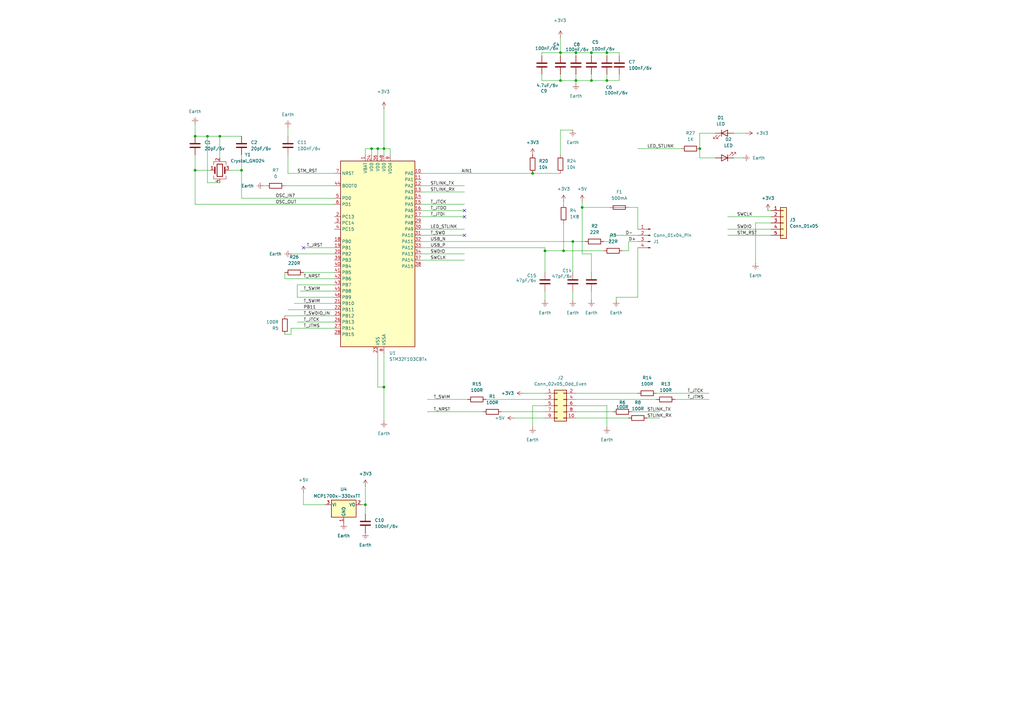
<source format=kicad_sch>
(kicad_sch (version 20250114) (generator "eeschema") (generator_version "9.0")
  (paper "A3")
  (title_block (title "escapator") (date "2025-07-22") (rev "0.1") (company "Seznam"))
  (lib_symbols
    (symbol "Connector:Conn_01x04_Pin" (pin_names (offset 1.016) (hide yes))
      (property "Reference" "J" (at 0 5.08 0))
      (property "Value" "Conn_01x04_Pin" (at 0 -7.62 0))
      (symbol "Conn_01x04_Pin_1_1"
        (rectangle (start 0.8636 2.667) (end 0 2.413) (stroke (width 0.1524)) (fill (type outline)))
        (rectangle (start 0.8636 0.127) (end 0 -0.127) (stroke (width 0.1524)) (fill (type outline)))
        (rectangle (start 0.8636 -2.413) (end 0 -2.667) (stroke (width 0.1524)) (fill (type outline)))
        (rectangle (start 0.8636 -4.953) (end 0 -5.207) (stroke (width 0.1524)) (fill (type outline)))
        (polyline (pts (xy 1.27 2.54) (xy 0.8636 2.54)) (stroke (width 0.1524)))
        (polyline (pts (xy 1.27 0) (xy 0.8636 0)) (stroke (width 0.1524)))
        (polyline (pts (xy 1.27 -2.54) (xy 0.8636 -2.54)) (stroke (width 0.1524)))
        (polyline (pts (xy 1.27 -5.08) (xy 0.8636 -5.08)) (stroke (width 0.1524)))
        (pin passive line (at 5.08 2.54 180) (length 3.81) (name "Pin_1") (number "1"))
        (pin passive line (at 5.08 0 180) (length 3.81) (name "Pin_2") (number "2"))
        (pin passive line (at 5.08 -2.54 180) (length 3.81) (name "Pin_3") (number "3"))
        (pin passive line (at 5.08 -5.08 180) (length 3.81) (name "Pin_4") (number "4"))
      )
    )
    (symbol "Connector_Generic:Conn_01x05" (pin_names (offset 1.016) (hide yes))
      (property "Reference" "J" (at 0 7.62 0))
      (property "Value" "Conn_01x05" (at 0 -7.62 0))
      (symbol "Conn_01x05_1_1"
        (rectangle (start -1.27 6.35) (end 1.27 -6.35) (stroke (width 0.254)) (fill (type background)))
        (rectangle (start -1.27 5.207) (end 0 4.953) (stroke (width 0.1524)))
        (rectangle (start -1.27 2.667) (end 0 2.413) (stroke (width 0.1524)))
        (rectangle (start -1.27 0.127) (end 0 -0.127) (stroke (width 0.1524)))
        (rectangle (start -1.27 -2.413) (end 0 -2.667) (stroke (width 0.1524)))
        (rectangle (start -1.27 -4.953) (end 0 -5.207) (stroke (width 0.1524)))
        (pin passive line (at -5.08 5.08 0) (length 3.81) (name "Pin_1") (number "1"))
        (pin passive line (at -5.08 2.54 0) (length 3.81) (name "Pin_2") (number "2"))
        (pin passive line (at -5.08 0 0) (length 3.81) (name "Pin_3") (number "3"))
        (pin passive line (at -5.08 -2.54 0) (length 3.81) (name "Pin_4") (number "4"))
        (pin passive line (at -5.08 -5.08 0) (length 3.81) (name "Pin_5") (number "5"))
      )
    )
    (symbol "Connector_Generic:Conn_02x05_Odd_Even" (pin_names (offset 1.016) (hide yes))
      (property "Reference" "J" (at 1.27 7.62 0))
      (property "Value" "Conn_02x05_Odd_Even" (at 1.27 -7.62 0))
      (symbol "Conn_02x05_Odd_Even_1_1"
        (rectangle (start -1.27 6.35) (end 3.81 -6.35) (stroke (width 0.254)) (fill (type background)))
        (rectangle (start -1.27 5.207) (end 0 4.953) (stroke (width 0.1524)))
        (rectangle (start -1.27 2.667) (end 0 2.413) (stroke (width 0.1524)))
        (rectangle (start -1.27 0.127) (end 0 -0.127) (stroke (width 0.1524)))
        (rectangle (start -1.27 -2.413) (end 0 -2.667) (stroke (width 0.1524)))
        (rectangle (start -1.27 -4.953) (end 0 -5.207) (stroke (width 0.1524)))
        (rectangle (start 3.81 5.207) (end 2.54 4.953) (stroke (width 0.1524)))
        (rectangle (start 3.81 2.667) (end 2.54 2.413) (stroke (width 0.1524)))
        (rectangle (start 3.81 0.127) (end 2.54 -0.127) (stroke (width 0.1524)))
        (rectangle (start 3.81 -2.413) (end 2.54 -2.667) (stroke (width 0.1524)))
        (rectangle (start 3.81 -4.953) (end 2.54 -5.207) (stroke (width 0.1524)))
        (pin passive line (at -5.08 5.08 0) (length 3.81) (name "Pin_1") (number "1"))
        (pin passive line (at -5.08 2.54 0) (length 3.81) (name "Pin_3") (number "3"))
        (pin passive line (at -5.08 0 0) (length 3.81) (name "Pin_5") (number "5"))
        (pin passive line (at -5.08 -2.54 0) (length 3.81) (name "Pin_7") (number "7"))
        (pin passive line (at -5.08 -5.08 0) (length 3.81) (name "Pin_9") (number "9"))
        (pin passive line (at 7.62 5.08 180) (length 3.81) (name "Pin_2") (number "2"))
        (pin passive line (at 7.62 2.54 180) (length 3.81) (name "Pin_4") (number "4"))
        (pin passive line (at 7.62 0 180) (length 3.81) (name "Pin_6") (number "6"))
        (pin passive line (at 7.62 -2.54 180) (length 3.81) (name "Pin_8") (number "8"))
        (pin passive line (at 7.62 -5.08 180) (length 3.81) (name "Pin_10") (number "10"))
      )
    )
    (symbol "Device:C" (pin_numbers (hide yes)) (pin_names (offset 0.254))
      (property "Reference" "C" (at 0.635 2.54 0))
      (property "Value" "C" (at 0.635 -2.54 0))
      (symbol "C_0_1"
        (polyline (pts (xy -2.032 0.762) (xy 2.032 0.762)) (stroke (width 0.508)))
        (polyline (pts (xy -2.032 -0.762) (xy 2.032 -0.762)) (stroke (width 0.508)))
      )
      (symbol "C_1_1"
        (pin passive line (at 0 3.81 270) (length 2.794) (name "~") (number "1"))
        (pin passive line (at 0 -3.81 90) (length 2.794) (name "~") (number "2"))
      )
    )
    (symbol "Device:Crystal_GND24" (pin_names (offset 1.016) (hide yes))
      (property "Reference" "Y" (at 3.175 5.08 0))
      (property "Value" "Crystal_GND24" (at 3.175 3.175 0))
      (symbol "Crystal_GND24_0_1"
        (polyline (pts (xy -2.54 2.286) (xy -2.54 3.556) (xy 2.54 3.556) (xy 2.54 2.286)))
        (polyline (pts (xy -2.54 0) (xy -2.032 0)))
        (polyline (pts (xy -2.54 -2.286) (xy -2.54 -3.556) (xy 2.54 -3.556) (xy 2.54 -2.286)))
        (polyline (pts (xy -2.032 -1.27) (xy -2.032 1.27)) (stroke (width 0.508)))
        (rectangle (start -1.143 2.54) (end 1.143 -2.54) (stroke (width 0.3048)))
        (polyline (pts (xy 0 3.556) (xy 0 3.81)))
        (polyline (pts (xy 0 -3.81) (xy 0 -3.556)))
        (polyline (pts (xy 2.032 0) (xy 2.54 0)))
        (polyline (pts (xy 2.032 -1.27) (xy 2.032 1.27)) (stroke (width 0.508)))
      )
      (symbol "Crystal_GND24_1_1"
        (pin passive line (at -3.81 0 0) (length 1.27) (name "1") (number "1"))
        (pin passive line (at 0 5.08 270) (length 1.27) (name "2") (number "2"))
        (pin passive line (at 0 -5.08 90) (length 1.27) (name "4") (number "4"))
        (pin passive line (at 3.81 0 180) (length 1.27) (name "3") (number "3"))
      )
    )
    (symbol "Device:Fuse" (pin_numbers (hide yes)) (pin_names (offset 0))
      (property "Reference" "F" (at 2.032 0 90))
      (property "Value" "Fuse" (at -1.905 0 90))
      (symbol "Fuse_0_1"
        (rectangle (start -0.762 -2.54) (end 0.762 2.54) (stroke (width 0.254)))
        (polyline (pts (xy 0 2.54) (xy 0 -2.54)))
      )
      (symbol "Fuse_1_1"
        (pin passive line (at 0 3.81 270) (length 1.27) (name "~") (number "1"))
        (pin passive line (at 0 -3.81 90) (length 1.27) (name "~") (number "2"))
      )
    )
    (symbol "Device:LED" (pin_numbers (hide yes)) (pin_names (offset 1.016) (hide yes))
      (property "Reference" "D" (at 0 2.54 0))
      (property "Value" "LED" (at 0 -2.54 0))
      (symbol "LED_0_1"
        (polyline (pts (xy -3.048 -0.762) (xy -4.572 -2.286) (xy -3.81 -2.286) (xy -4.572 -2.286) (xy -4.572 -1.524)))
        (polyline (pts (xy -1.778 -0.762) (xy -3.302 -2.286) (xy -2.54 -2.286) (xy -3.302 -2.286) (xy -3.302 -1.524)))
        (polyline (pts (xy -1.27 0) (xy 1.27 0)))
        (polyline (pts (xy -1.27 -1.27) (xy -1.27 1.27)) (stroke (width 0.254)))
        (polyline (pts (xy 1.27 -1.27) (xy 1.27 1.27) (xy -1.27 0) (xy 1.27 -1.27)) (stroke (width 0.254)))
      )
      (symbol "LED_1_1"
        (pin passive line (at -3.81 0 0) (length 2.54) (name "K") (number "1"))
        (pin passive line (at 3.81 0 180) (length 2.54) (name "A") (number "2"))
      )
    )
    (symbol "Device:R" (pin_numbers (hide yes)) (pin_names (offset 0))
      (property "Reference" "R" (at 2.032 0 90))
      (property "Value" "R" (at 0 0 90))
      (symbol "R_0_1"
        (rectangle (start -1.016 -2.54) (end 1.016 2.54) (stroke (width 0.254)))
      )
      (symbol "R_1_1"
        (pin passive line (at 0 3.81 270) (length 1.27) (name "~") (number "1"))
        (pin passive line (at 0 -3.81 90) (length 1.27) (name "~") (number "2"))
      )
    )
    (symbol "MCU_ST_STM32F1:STM32F103CBTx"
      (property "Reference" "U" (at -15.24 39.37 0))
      (property "Value" "STM32F103CBTx" (at 7.62 39.37 0))
      (symbol "STM32F103CBTx_0_1"
        (rectangle (start -15.24 -38.1) (end 15.24 38.1) (stroke (width 0.254)) (fill (type background)))
      )
      (symbol "STM32F103CBTx_1_1"
        (pin input line (at -17.78 33.02 0) (length 2.54) (name "NRST") (number "7"))
        (pin input line (at -17.78 27.94 0) (length 2.54) (name "BOOT0") (number "44"))
        (pin bidirectional line (at -17.78 22.86 0) (length 2.54) (name "PD0") (number "5"))
        (pin bidirectional line (at -17.78 20.32 0) (length 2.54) (name "PD1") (number "6"))
        (pin bidirectional line (at -17.78 15.24 0) (length 2.54) (name "PC13") (number "2"))
        (pin bidirectional line (at -17.78 12.7 0) (length 2.54) (name "PC14") (number "3"))
        (pin bidirectional line (at -17.78 10.16 0) (length 2.54) (name "PC15") (number "4"))
        (pin bidirectional line (at -17.78 5.08 0) (length 2.54) (name "PB0") (number "18"))
        (pin bidirectional line (at -17.78 2.54 0) (length 2.54) (name "PB1") (number "19"))
        (pin bidirectional line (at -17.78 0 0) (length 2.54) (name "PB2") (number "20"))
        (pin bidirectional line (at -17.78 -2.54 0) (length 2.54) (name "PB3") (number "39"))
        (pin bidirectional line (at -17.78 -5.08 0) (length 2.54) (name "PB4") (number "40"))
        (pin bidirectional line (at -17.78 -7.62 0) (length 2.54) (name "PB5") (number "41"))
        (pin bidirectional line (at -17.78 -10.16 0) (length 2.54) (name "PB6") (number "42"))
        (pin bidirectional line (at -17.78 -12.7 0) (length 2.54) (name "PB7") (number "43"))
        (pin bidirectional line (at -17.78 -15.24 0) (length 2.54) (name "PB8") (number "45"))
        (pin bidirectional line (at -17.78 -17.78 0) (length 2.54) (name "PB9") (number "46"))
        (pin bidirectional line (at -17.78 -20.32 0) (length 2.54) (name "PB10") (number "21"))
        (pin bidirectional line (at -17.78 -22.86 0) (length 2.54) (name "PB11") (number "22"))
        (pin bidirectional line (at -17.78 -25.4 0) (length 2.54) (name "PB12") (number "25"))
        (pin bidirectional line (at -17.78 -27.94 0) (length 2.54) (name "PB13") (number "26"))
        (pin bidirectional line (at -17.78 -30.48 0) (length 2.54) (name "PB14") (number "27"))
        (pin bidirectional line (at -17.78 -33.02 0) (length 2.54) (name "PB15") (number "28"))
        (pin power_in line (at -5.08 40.64 270) (length 2.54) (name "VBAT") (number "1"))
        (pin power_in line (at -2.54 40.64 270) (length 2.54) (name "VDD") (number "24"))
        (pin power_in line (at 0 40.64 270) (length 2.54) (name "VDD") (number "36"))
        (pin power_in line (at 0 -40.64 90) (length 2.54) (name "VSS") (number "23"))
        (pin passive line (at 0 -40.64 90) (length 2.54) (hide yes) (name "VSS") (number "35"))
        (pin passive line (at 0 -40.64 90) (length 2.54) (hide yes) (name "VSS") (number "47"))
        (pin power_in line (at 2.54 40.64 270) (length 2.54) (name "VDD") (number "48"))
        (pin power_in line (at 2.54 -40.64 90) (length 2.54) (name "VSSA") (number "8"))
        (pin power_in line (at 5.08 40.64 270) (length 2.54) (name "VDDA") (number "9"))
        (pin bidirectional line (at 17.78 33.02 180) (length 2.54) (name "PA0") (number "10"))
        (pin bidirectional line (at 17.78 30.48 180) (length 2.54) (name "PA1") (number "11"))
        (pin bidirectional line (at 17.78 27.94 180) (length 2.54) (name "PA2") (number "12"))
        (pin bidirectional line (at 17.78 25.4 180) (length 2.54) (name "PA3") (number "13"))
        (pin bidirectional line (at 17.78 22.86 180) (length 2.54) (name "PA4") (number "14"))
        (pin bidirectional line (at 17.78 20.32 180) (length 2.54) (name "PA5") (number "15"))
        (pin bidirectional line (at 17.78 17.78 180) (length 2.54) (name "PA6") (number "16"))
        (pin bidirectional line (at 17.78 15.24 180) (length 2.54) (name "PA7") (number "17"))
        (pin bidirectional line (at 17.78 12.7 180) (length 2.54) (name "PA8") (number "29"))
        (pin bidirectional line (at 17.78 10.16 180) (length 2.54) (name "PA9") (number "30"))
        (pin bidirectional line (at 17.78 7.62 180) (length 2.54) (name "PA10") (number "31"))
        (pin bidirectional line (at 17.78 5.08 180) (length 2.54) (name "PA11") (number "32"))
        (pin bidirectional line (at 17.78 2.54 180) (length 2.54) (name "PA12") (number "33"))
        (pin bidirectional line (at 17.78 0 180) (length 2.54) (name "PA13") (number "34"))
        (pin bidirectional line (at 17.78 -2.54 180) (length 2.54) (name "PA14") (number "37"))
        (pin bidirectional line (at 17.78 -5.08 180) (length 2.54) (name "PA15") (number "38"))
      )
    )
    (symbol "Regulator_Linear:MCP1700x-330xxTT" (pin_names (offset 0.254))
      (property "Reference" "U" (at -3.81 3.175 0))
      (property "Value" "MCP1700x-330xxTT" (at 0 3.175 0))
      (symbol "MCP1700x-330xxTT_0_1"
        (rectangle (start -5.08 1.905) (end 5.08 -5.08) (stroke (width 0.254)) (fill (type background)))
      )
      (symbol "MCP1700x-330xxTT_1_1"
        (pin power_in line (at -7.62 0 0) (length 2.54) (name "VI") (number "3"))
        (pin power_in line (at 0 -7.62 90) (length 2.54) (name "GND") (number "1"))
        (pin power_out line (at 7.62 0 180) (length 2.54) (name "VO") (number "2"))
      )
    )
    (symbol "power:+3V3" (power) (pin_numbers (hide yes)) (pin_names (offset 0) (hide yes))
      (property "Value" "+3V3" (at 0 3.556 0))
      (symbol "+3V3_0_1"
        (polyline (pts (xy -0.762 1.27) (xy 0 2.54)))
        (polyline (pts (xy 0 2.54) (xy 0.762 1.27)))
        (polyline (pts (xy 0 0) (xy 0 2.54)))
      )
      (symbol "+3V3_1_1"
        (pin power_in line (at 0 0 90) (length 0) (name "~") (number "1"))
      )
    )
    (symbol "power:+5V" (power) (pin_numbers (hide yes)) (pin_names (offset 0) (hide yes))
      (property "Value" "+5V" (at 0 3.556 0))
      (symbol "+5V_0_1"
        (polyline (pts (xy -0.762 1.27) (xy 0 2.54)))
        (polyline (pts (xy 0 2.54) (xy 0.762 1.27)))
        (polyline (pts (xy 0 0) (xy 0 2.54)))
      )
      (symbol "+5V_1_1"
        (pin power_in line (at 0 0 90) (length 0) (name "~") (number "1"))
      )
    )
    (symbol "power:Earth" (power) (pin_numbers (hide yes)) (pin_names (offset 0) (hide yes))
      (property "Value" "Earth" (at 0 -3.81 0))
      (symbol "Earth_0_1"
        (polyline (pts (xy -0.635 -1.905) (xy 0.635 -1.905)))
        (polyline (pts (xy -0.127 -2.54) (xy 0.127 -2.54)))
        (polyline (pts (xy 0 -1.27) (xy 0 0)))
        (polyline (pts (xy 1.27 -1.27) (xy -1.27 -1.27)))
      )
      (symbol "Earth_1_1"
        (pin power_in line (at 0 0 270) (length 0) (name "~") (number "1"))
      )
    )
  )
  (junction (at 152.4 60.96))
  (junction (at 157.48 60.96))
  (junction (at 223.52 102.87))
  (junction (at 80.01 55.88))
  (junction (at 154.94 60.96))
  (junction (at 236.22 21.59))
  (junction (at 248.92 21.59))
  (junction (at 229.87 21.59))
  (junction (at 236.22 33.02))
  (junction (at 99.06 69.85))
  (junction (at 287.02 60.96))
  (junction (at 218.44 71.12))
  (junction (at 229.87 33.02))
  (junction (at 85.09 55.88))
  (junction (at 248.92 33.02))
  (junction (at 234.95 99.06))
  (junction (at 231.14 102.87))
  (junction (at 80.01 69.85))
  (junction (at 157.48 158.75))
  (junction (at 149.86 207.01))
  (junction (at 238.76 85.09))
  (junction (at 242.57 21.59))
  (junction (at 242.57 33.02))
  (junction (at 90.17 55.88))
  (no_connect (at 190.5 96.52))
  (no_connect (at 190.5 86.36))
  (no_connect (at 190.5 88.9))
  (no_connect (at 124.46 101.6))
  (wire (pts (xy 149.86 199.39) (xy 149.86 207.01)))
  (wire (pts (xy 261.62 85.09) (xy 261.62 93.98)))
  (wire (pts (xy 99.06 69.85) (xy 99.06 81.28)))
  (wire (pts (xy 116.84 114.3) (xy 116.84 111.76)))
  (wire (pts (xy 234.95 99.06) (xy 234.95 111.76)))
  (wire (pts (xy 250.19 99.06) (xy 250.19 96.52)))
  (wire (pts (xy 133.35 207.01) (xy 124.46 207.01)))
  (wire (pts (xy 172.72 101.6) (xy 223.52 101.6)))
  (wire (pts (xy 85.09 74.93) (xy 85.09 55.88)))
  (wire (pts (xy 314.96 86.36) (xy 316.23 86.36)))
  (wire (pts (xy 137.16 121.92) (xy 121.92 121.92)))
  (wire (pts (xy 236.22 21.59) (xy 236.22 22.86)))
  (wire (pts (xy 231.14 102.87) (xy 247.65 102.87)))
  (wire (pts (xy 250.19 85.09) (xy 238.76 85.09)))
  (wire (pts (xy 287.02 54.61) (xy 287.02 60.96)))
  (wire (pts (xy 247.65 99.06) (xy 250.19 99.06)))
  (wire (pts (xy 236.22 163.83) (xy 269.24 163.83)))
  (wire (pts (xy 265.43 171.45) (xy 270.51 171.45)))
  (wire (pts (xy 93.98 69.85) (xy 99.06 69.85)))
  (wire (pts (xy 80.01 69.85) (xy 86.36 69.85)))
  (wire (pts (xy 229.87 53.34) (xy 229.87 63.5)))
  (wire (pts (xy 229.87 30.48) (xy 229.87 33.02)))
  (wire (pts (xy 242.57 119.38) (xy 242.57 123.19)))
  (wire (pts (xy 231.14 91.44) (xy 231.14 102.87)))
  (wire (pts (xy 121.92 116.84) (xy 137.16 116.84)))
  (wire (pts (xy 172.72 96.52) (xy 190.5 96.52)))
  (wire (pts (xy 236.22 33.02) (xy 242.57 33.02)))
  (wire (pts (xy 119.38 104.14) (xy 137.16 104.14)))
  (wire (pts (xy 222.25 33.02) (xy 229.87 33.02)))
  (wire (pts (xy 154.94 158.75) (xy 157.48 158.75)))
  (wire (pts (xy 157.48 44.45) (xy 157.48 60.96)))
  (wire (pts (xy 154.94 60.96) (xy 154.94 63.5)))
  (wire (pts (xy 99.06 63.5) (xy 99.06 69.85)))
  (wire (pts (xy 85.09 55.88) (xy 90.17 55.88)))
  (wire (pts (xy 257.81 102.87) (xy 257.81 99.06)))
  (wire (pts (xy 223.52 102.87) (xy 223.52 111.76)))
  (wire (pts (xy 124.46 207.01) (xy 124.46 201.93)))
  (wire (pts (xy 242.57 21.59) (xy 248.92 21.59)))
  (wire (pts (xy 107.95 76.2) (xy 109.22 76.2)))
  (wire (pts (xy 118.11 71.12) (xy 137.16 71.12)))
  (wire (pts (xy 123.19 119.38) (xy 137.16 119.38)))
  (wire (pts (xy 229.87 21.59) (xy 229.87 22.86)))
  (wire (pts (xy 242.57 30.48) (xy 242.57 33.02)))
  (wire (pts (xy 248.92 166.37) (xy 248.92 175.26)))
  (wire (pts (xy 152.4 60.96) (xy 154.94 60.96)))
  (wire (pts (xy 229.87 53.34) (xy 234.95 53.34)))
  (wire (pts (xy 90.17 55.88) (xy 90.17 64.77)))
  (wire (pts (xy 214.63 161.29) (xy 223.52 161.29)))
  (wire (pts (xy 236.22 171.45) (xy 257.81 171.45)))
  (wire (pts (xy 137.16 134.62) (xy 119.38 134.62)))
  (wire (pts (xy 218.44 166.37) (xy 218.44 175.26)))
  (wire (pts (xy 250.19 96.52) (xy 261.62 96.52)))
  (wire (pts (xy 118.11 52.07) (xy 118.11 55.88)))
  (wire (pts (xy 298.45 96.52) (xy 316.23 96.52)))
  (wire (pts (xy 236.22 33.02) (xy 236.22 34.29)))
  (wire (pts (xy 242.57 104.14) (xy 242.57 111.76)))
  (wire (pts (xy 223.52 119.38) (xy 223.52 123.19)))
  (wire (pts (xy 99.06 81.28) (xy 137.16 81.28)))
  (wire (pts (xy 231.14 82.55) (xy 231.14 83.82)))
  (wire (pts (xy 149.86 60.96) (xy 149.86 63.5)))
  (wire (pts (xy 118.11 127) (xy 137.16 127)))
  (wire (pts (xy 149.86 60.96) (xy 152.4 60.96)))
  (wire (pts (xy 223.52 102.87) (xy 223.52 101.6)))
  (wire (pts (xy 248.92 33.02) (xy 254 33.02)))
  (wire (pts (xy 172.72 104.14) (xy 190.5 104.14)))
  (wire (pts (xy 118.11 63.5) (xy 118.11 71.12)))
  (wire (pts (xy 116.84 76.2) (xy 137.16 76.2)))
  (wire (pts (xy 269.24 161.29) (xy 290.83 161.29)))
  (wire (pts (xy 316.23 91.44) (xy 309.88 91.44)))
  (wire (pts (xy 254 21.59) (xy 254 22.86)))
  (wire (pts (xy 236.22 21.59) (xy 242.57 21.59)))
  (wire (pts (xy 172.72 93.98) (xy 190.5 93.98)))
  (wire (pts (xy 238.76 82.55) (xy 238.76 85.09)))
  (wire (pts (xy 160.02 60.96) (xy 160.02 63.5)))
  (wire (pts (xy 238.76 104.14) (xy 242.57 104.14)))
  (wire (pts (xy 252.73 121.92) (xy 261.62 121.92)))
  (wire (pts (xy 293.37 64.77) (xy 287.02 64.77)))
  (wire (pts (xy 199.39 163.83) (xy 223.52 163.83)))
  (wire (pts (xy 154.94 60.96) (xy 157.48 60.96)))
  (wire (pts (xy 205.74 168.91) (xy 223.52 168.91)))
  (wire (pts (xy 236.22 166.37) (xy 248.92 166.37)))
  (wire (pts (xy 116.84 137.16) (xy 119.38 137.16)))
  (wire (pts (xy 172.72 78.74) (xy 190.5 78.74)))
  (wire (pts (xy 254 30.48) (xy 254 33.02)))
  (wire (pts (xy 261.62 85.09) (xy 257.81 85.09)))
  (wire (pts (xy 234.95 119.38) (xy 234.95 123.19)))
  (wire (pts (xy 190.5 83.82) (xy 172.72 83.82)))
  (wire (pts (xy 236.22 161.29) (xy 261.62 161.29)))
  (wire (pts (xy 298.45 88.9) (xy 316.23 88.9)))
  (wire (pts (xy 172.72 106.68) (xy 190.5 106.68)))
  (wire (pts (xy 238.76 85.09) (xy 238.76 104.14)))
  (wire (pts (xy 137.16 111.76) (xy 124.46 111.76)))
  (wire (pts (xy 120.65 124.46) (xy 137.16 124.46)))
  (wire (pts (xy 259.08 168.91) (xy 270.51 168.91)))
  (wire (pts (xy 261.62 101.6) (xy 261.62 121.92)))
  (wire (pts (xy 218.44 71.12) (xy 229.87 71.12)))
  (wire (pts (xy 252.73 121.92) (xy 252.73 123.19)))
  (wire (pts (xy 80.01 50.8) (xy 80.01 55.88)))
  (wire (pts (xy 229.87 33.02) (xy 236.22 33.02)))
  (wire (pts (xy 255.27 102.87) (xy 257.81 102.87)))
  (wire (pts (xy 261.62 60.96) (xy 279.4 60.96)))
  (wire (pts (xy 157.48 60.96) (xy 160.02 60.96)))
  (wire (pts (xy 222.25 22.86) (xy 222.25 21.59)))
  (wire (pts (xy 157.48 144.78) (xy 157.48 158.75)))
  (wire (pts (xy 80.01 69.85) (xy 80.01 83.82)))
  (wire (pts (xy 137.16 129.54) (xy 116.84 129.54)))
  (wire (pts (xy 175.26 163.83) (xy 191.77 163.83)))
  (wire (pts (xy 90.17 55.88) (xy 99.06 55.88)))
  (wire (pts (xy 222.25 21.59) (xy 229.87 21.59)))
  (wire (pts (xy 157.48 158.75) (xy 157.48 172.72)))
  (wire (pts (xy 90.17 74.93) (xy 85.09 74.93)))
  (wire (pts (xy 236.22 21.59) (xy 229.87 21.59)))
  (wire (pts (xy 172.72 99.06) (xy 234.95 99.06)))
  (wire (pts (xy 80.01 55.88) (xy 85.09 55.88)))
  (wire (pts (xy 149.86 207.01) (xy 148.59 207.01)))
  (wire (pts (xy 172.72 88.9) (xy 190.5 88.9)))
  (wire (pts (xy 172.72 86.36) (xy 190.5 86.36)))
  (wire (pts (xy 121.92 121.92) (xy 121.92 116.84)))
  (wire (pts (xy 223.52 166.37) (xy 218.44 166.37)))
  (wire (pts (xy 119.38 137.16) (xy 119.38 134.62)))
  (wire (pts (xy 257.81 99.06) (xy 261.62 99.06)))
  (wire (pts (xy 154.94 144.78) (xy 154.94 158.75)))
  (wire (pts (xy 172.72 71.12) (xy 218.44 71.12)))
  (wire (pts (xy 80.01 63.5) (xy 80.01 69.85)))
  (wire (pts (xy 234.95 99.06) (xy 240.03 99.06)))
  (wire (pts (xy 248.92 21.59) (xy 254 21.59)))
  (wire (pts (xy 248.92 21.59) (xy 248.92 22.86)))
  (wire (pts (xy 293.37 54.61) (xy 287.02 54.61)))
  (wire (pts (xy 236.22 30.48) (xy 236.22 33.02)))
  (wire (pts (xy 210.82 171.45) (xy 223.52 171.45)))
  (wire (pts (xy 242.57 33.02) (xy 248.92 33.02)))
  (wire (pts (xy 223.52 102.87) (xy 231.14 102.87)))
  (wire (pts (xy 149.86 210.82) (xy 149.86 207.01)))
  (wire (pts (xy 300.99 54.61) (xy 306.07 54.61)))
  (wire (pts (xy 80.01 83.82) (xy 137.16 83.82)))
  (wire (pts (xy 229.87 15.24) (xy 229.87 21.59)))
  (wire (pts (xy 248.92 30.48) (xy 248.92 33.02)))
  (wire (pts (xy 298.45 93.98) (xy 316.23 93.98)))
  (wire (pts (xy 121.92 132.08) (xy 137.16 132.08)))
  (wire (pts (xy 222.25 30.48) (xy 222.25 33.02)))
  (wire (pts (xy 175.26 168.91) (xy 198.12 168.91)))
  (wire (pts (xy 116.84 114.3) (xy 137.16 114.3)))
  (wire (pts (xy 251.46 168.91) (xy 236.22 168.91)))
  (wire (pts (xy 300.99 64.77) (xy 304.8 64.77)))
  (wire (pts (xy 276.86 163.83) (xy 290.83 163.83)))
  (wire (pts (xy 152.4 63.5) (xy 152.4 60.96)))
  (wire (pts (xy 124.46 101.6) (xy 137.16 101.6)))
  (wire (pts (xy 172.72 76.2) (xy 190.5 76.2)))
  (wire (pts (xy 309.88 91.44) (xy 309.88 107.95)))
  (wire (pts (xy 157.48 60.96) (xy 157.48 63.5)))
  (wire (pts (xy 287.02 64.77) (xy 287.02 60.96)))
  (wire (pts (xy 242.57 21.59) (xy 242.57 22.86)))
  (label "SWCLK" (at 176.53 106.68 0))
  (label "T_NRST" (at 124.46 114.3 0))
  (label "AIN1" (at 189.23 71.12 0))
  (label "T_NRST" (at 177.8 168.91 0))
  (label "D+" (at 257.81 99.06 0))
  (label "STLINK_RX" (at 265.43 171.45 0))
  (label "USB_N" (at 176.53 99.06 0))
  (label "T_SWIM" (at 177.8 163.83 0))
  (label "D-" (at 256.54 96.52 0))
  (label "T_JTCK" (at 281.94 161.29 0))
  (label "T_JTMS" (at 124.46 134.62 0))
  (label "T_SWIM" (at 124.46 119.38 0))
  (label "STM_RST" (at 121.92 71.12 0))
  (label "T_SWO" (at 176.53 96.52 0))
  (label "USB_P" (at 176.53 101.6 0))
  (label "PB11" (at 124.46 127 0))
  (label "STLINK_TX" (at 176.53 76.2 0))
  (label "SWCLK" (at 302.26 88.9 0))
  (label "T_JTDI" (at 176.53 88.9 0))
  (label "STLINK_TX" (at 265.43 168.91 0))
  (label "T_SWIM" (at 124.46 124.46 0))
  (label "STLINK_RX" (at 176.53 78.74 0))
  (label "T_JTCK" (at 176.53 83.82 0))
  (label "T_JTDO" (at 176.53 86.36 0))
  (label "OSC_IN?" (at 113.03 81.28 0))
  (label "LED_STLINK" (at 176.53 93.98 0))
  (label "T_JTCK" (at 124.46 132.08 0))
  (label "OSC_OUT" (at 113.03 83.82 0))
  (label "T_JRST" (at 125.73 101.6 0))
  (label "T_JTMS" (at 281.94 163.83 0))
  (label "T_SWDIO_IN" (at 124.46 129.54 0))
  (label "STM_RST" (at 302.26 96.52 0))
  (label "SWDIO" (at 176.53 104.14 0))
  (label "LED_STLINK" (at 265.43 60.96 0))
  (label "SWDIO" (at 302.26 93.98 0))
  (symbol (lib_id "Device:C") (at 242.57 115.57 0) (unit 1)
    (property "Reference" "C3" (effects (hide yes)))
    (property "Value" "100nF/6v" (effects (hide yes)))
    (property "Footprint" "Capacitor_SMD:C_0603_1608Metric" (effects (hide yes)))
    (property "Description" "Unpolarized capacitor" (effects (hide yes)))
  )
  (symbol (lib_id "power:Earth") (at 248.92 175.26 0) (unit 1)
    (property "Reference" "#PWR026" (effects (hide yes)))
    (property "Value" "Earth" (at 248.92 180.34 0))
    (property "Description" "Power symbol creates a global label with name \"Earth\"" (effects (hide yes)))
  )
  (symbol (lib_id "power:+3V3") (at 231.14 82.55 0) (unit 1)
    (property "Reference" "#PWR014" (effects (hide yes)))
    (property "Value" "+3V3" (at 231.14 77.47 0))
    (property "Description" "Power symbol creates a global label with name \"+3V3\"" (effects (hide yes)))
  )
  (symbol (lib_id "Device:R") (at 251.46 102.87 270) (unit 1)
    (property "Reference" "R3" (at 251.46 96.52 90))
    (property "Value" "22R" (at 251.46 99.06 90))
    (property "Footprint" "Resistor_SMD:R_0603_1608Metric" (effects (hide yes)))
    (property "Description" "Resistor" (effects (hide yes)))
  )
  (symbol (lib_id "Device:C") (at 248.92 26.67 0) (unit 1)
    (property "Reference" "C6" (at 248.412 35.814 0) (effects (justify left)))
    (property "Value" "100nF/6v" (at 247.904 38.1 0) (effects (justify left)))
    (property "Footprint" "Capacitor_SMD:C_0603_1608Metric" (effects (hide yes)))
    (property "Description" "Unpolarized capacitor" (effects (hide yes)))
  )
  (symbol (lib_id "Device:LED") (at 297.18 64.77 180) (unit 1)
    (property "Reference" "D2" (at 298.7675 57.15 0))
    (property "Value" "LED" (at 298.7675 59.69 0))
    (property "Footprint" "LED_SMD:LED_0603_1608Metric" (effects (hide yes)))
    (property "Description" "Light emitting diode" (effects (hide yes)))
    (property "Sim.Pins" "1=K 2=A" (effects (hide yes)))
  )
  (symbol (lib_id "Device:C") (at 80.01 59.69 0) (unit 1)
    (property "Reference" "C1" (at 83.82 58.4199 0) (effects (justify left)))
    (property "Value" "20pF/6v" (at 83.82 60.9599 0) (effects (justify left)))
    (property "Footprint" "Capacitor_SMD:C_0603_1608Metric" (effects (hide yes)))
    (property "Description" "Unpolarized capacitor" (effects (hide yes)))
  )
  (symbol (lib_id "power:+3V3") (at 149.86 199.39 0) (unit 1)
    (property "Reference" "#PWR037" (effects (hide yes)))
    (property "Value" "+3V3" (at 149.86 194.31 0))
    (property "Description" "Power symbol creates a global label with name \"+3V3\"" (effects (hide yes)))
  )
  (symbol (lib_id "Device:C") (at 222.25 26.67 0) (unit 1)
    (property "Reference" "C9" (at 221.742 37.338 0) (effects (justify left)))
    (property "Value" "4.7uF/6v" (at 219.964 35.052 0) (effects (justify left)))
    (property "Footprint" "Capacitor_SMD:C_0603_1608Metric" (effects (hide yes)))
    (property "Description" "Unpolarized capacitor" (effects (hide yes)))
  )
  (symbol (lib_id "power:+5V") (at 210.82 171.45 90) (unit 1)
    (property "Reference" "#PWR031" (effects (hide yes)))
    (property "Value" "+5V" (at 207.01 171.4499 90) (effects (justify left)))
    (property "Description" "Power symbol creates a global label with name \"+5V\"" (effects (hide yes)))
  )
  (symbol (lib_id "power:Earth") (at 234.95 53.34 0) (unit 1)
    (property "Reference" "#PWR04" (effects (hide yes)))
    (property "Value" "Earth" (at 234.95 58.42 0))
    (property "Description" "Power symbol creates a global label with name \"Earth\"" (effects (hide yes)))
  )
  (symbol (lib_id "power:Earth") (at 107.95 76.2 270) (unit 1)
    (property "Reference" "#PWR02" (effects (hide yes)))
    (property "Value" "Earth" (at 104.14 76.1999 90) (effects (justify right)))
    (property "Description" "Power symbol creates a global label with name \"Earth\"" (effects (hide yes)))
  )
  (symbol (lib_id "power:Earth") (at 242.57 123.19 0) (unit 1)
    (property "Reference" "#PWR016" (effects (hide yes)))
    (property "Value" "Earth" (at 242.57 128.27 0))
    (property "Description" "Power symbol creates a global label with name \"Earth\"" (effects (hide yes)))
  )
  (symbol (lib_id "Regulator_Linear:MCP1700x-330xxTT") (at 140.97 207.01 0) (unit 1)
    (property "Reference" "U4" (at 140.97 200.66 0))
    (property "Value" "MCP1700x-330xxTT" (at 138.176 203.454 0))
    (property "Footprint" "Package_TO_SOT_SMD:SOT-23" (effects (hide yes)))
    (property "Datasheet" "http://ww1.microchip.com/downloads/en/DeviceDoc/20001826D.pdf" (effects (hide yes)))
    (property "Description" "250mA Low Quiscent Current LDO, 3.3V output, SOT-23" (effects (hide yes)))
  )
  (symbol (lib_id "Connector_Generic:Conn_02x05_Odd_Even") (at 228.6 166.37 0) (unit 1)
    (property "Reference" "J2" (at 229.87 154.94 0))
    (property "Value" "Conn_02x05_Odd_Even" (at 229.87 157.48 0))
    (property "Footprint" "Connector_IDC:Untitled" (effects (hide yes)))
    (property "Description" "Generic connector, double row, 02x05, odd/even pin numbering scheme (row 1 odd numbers, row 2 even numbers), script generated (kicad-library-utils/schlib/autogen/connector/)" (effects (hide yes)))
  )
  (symbol (lib_id "Device:C") (at 254 26.67 0) (unit 1)
    (property "Reference" "C7" (at 257.81 25.3999 0) (effects (justify left)))
    (property "Value" "100nF/6v" (at 257.81 27.9399 0) (effects (justify left)))
    (property "Footprint" "Capacitor_SMD:C_0603_1608Metric" (effects (hide yes)))
    (property "Description" "Unpolarized capacitor" (effects (hide yes)))
  )
  (symbol (lib_id "power:Earth") (at 234.95 123.19 0) (unit 1)
    (property "Reference" "#PWR012" (effects (hide yes)))
    (property "Value" "Earth" (at 234.95 128.27 0))
    (property "Description" "Power symbol creates a global label with name \"Earth\"" (effects (hide yes)))
  )
  (symbol (lib_id "Connector:Conn_01x04_Pin") (at 266.7 96.52 0) (mirror y) (unit 1)
    (property "Reference" "J1" (at 267.97 99.0601 0) (effects (justify right)))
    (property "Value" "Conn_01x04_Pin" (at 267.97 96.5201 0) (effects (justify right)))
    (property "Footprint" "Connector_USB:USB_A_PCB_traces_small" (effects (hide yes)))
    (property "Description" "Generic connector, single row, 01x04, script generated" (effects (hide yes)))
  )
  (symbol (lib_id "Device:C") (at 236.22 26.67 0) (unit 1)
    (property "Reference" "C8" (at 235.204 18.288 0) (effects (justify left)))
    (property "Value" "100nF/6v" (at 231.902 20.32 0) (effects (justify left)))
    (property "Footprint" "Capacitor_SMD:C_0603_1608Metric" (effects (hide yes)))
    (property "Description" "Unpolarized capacitor" (effects (hide yes)))
  )
  (symbol (lib_id "power:+3V3") (at 229.87 15.24 0) (unit 1)
    (property "Reference" "#PWR05" (effects (hide yes)))
    (property "Value" "+3V3" (at 229.616 8.382 0))
    (property "Description" "Power symbol creates a global label with name \"+3V3\"" (effects (hide yes)))
  )
  (symbol (lib_id "Device:Fuse") (at 254 85.09 270) (unit 1)
    (property "Reference" "F1" (at 254 78.74 90))
    (property "Value" "500mA" (at 254 81.28 90))
    (property "Footprint" "Resistor_SMD:R_1206_3216Metric" (effects (hide yes)))
    (property "Description" "Fuse" (effects (hide yes)))
  )
  (symbol (lib_id "power:Earth") (at 140.97 214.63 0) (unit 1)
    (property "Reference" "#PWR035" (effects (hide yes)))
    (property "Value" "Earth" (at 140.97 219.71 0))
    (property "Description" "Power symbol creates a global label with name \"Earth\"" (effects (hide yes)))
  )
  (symbol (lib_id "Device:R") (at 113.03 76.2 270) (unit 1)
    (property "Reference" "R7" (at 113.03 69.85 90))
    (property "Value" "0" (at 113.03 72.39 90))
    (property "Footprint" "Resistor_SMD:R_0603_1608Metric" (effects (hide yes)))
    (property "Description" "Resistor" (effects (hide yes)))
  )
  (symbol (lib_id "Device:R") (at 116.84 133.35 180) (unit 1)
    (property "Reference" "R5" (at 114.3 134.6201 0) (effects (justify left)))
    (property "Value" "100R" (at 114.3 132.0801 0) (effects (justify left)))
    (property "Footprint" "Resistor_SMD:R_0603_1608Metric" (effects (hide yes)))
    (property "Description" "Resistor" (effects (hide yes)))
  )
  (symbol (lib_id "Device:Crystal_GND24") (at 90.17 69.85 0) (unit 1)
    (property "Reference" "Y1" (at 101.6 63.4298 0))
    (property "Value" "Crystal_GND24" (at 101.6 65.9698 0))
    (property "Footprint" "Crystal:Crystal_SMD_3225-4Pin_3.2x2.5mm_HandSoldering" (effects (hide yes)))
    (property "Description" "Four pin crystal, GND on pins 2 and 4" (effects (hide yes)))
  )
  (symbol (lib_id "Device:R") (at 229.87 67.31 0) (unit 1)
    (property "Reference" "R24" (at 232.41 66.0399 0) (effects (justify left)))
    (property "Value" "10k" (at 232.41 68.5799 0) (effects (justify left)))
    (property "Footprint" "Resistor_SMD:R_0603_1608Metric" (effects (hide yes)))
    (property "Description" "Resistor" (effects (hide yes)))
  )
  (symbol (lib_id "power:+3V3") (at 218.44 63.5 0) (unit 1)
    (property "Reference" "#PWR03" (effects (hide yes)))
    (property "Value" "+3V3" (at 218.44 58.42 0))
    (property "Description" "Power symbol creates a global label with name \"+3V3\"" (effects (hide yes)))
  )
  (symbol (lib_id "power:Earth") (at 80.01 50.8 180) (unit 1)
    (property "Reference" "#PWR025" (effects (hide yes)))
    (property "Value" "Earth" (at 80.01 45.72 0))
    (property "Description" "Power symbol creates a global label with name \"Earth\"" (effects (hide yes)))
  )
  (symbol (lib_id "Device:R") (at 255.27 168.91 270) (unit 1)
    (property "Reference" "R6" (at 255.27 165.1 90))
    (property "Value" "100R" (at 255.27 166.878 90))
    (property "Footprint" "Resistor_SMD:R_0603_1608Metric" (effects (hide yes)))
    (property "Description" "Resistor" (effects (hide yes)))
  )
  (symbol (lib_id "Device:C") (at 118.11 59.69 0) (unit 1)
    (property "Reference" "C11" (at 121.92 58.4199 0) (effects (justify left)))
    (property "Value" "100nF/6v" (at 121.92 60.9599 0) (effects (justify left)))
    (property "Footprint" "Capacitor_SMD:C_0603_1608Metric" (effects (hide yes)))
    (property "Description" "Unpolarized capacitor" (effects (hide yes)))
  )
  (symbol (lib_id "Device:C") (at 99.06 59.69 0) (unit 1)
    (property "Reference" "C2" (at 102.87 58.4199 0) (effects (justify left)))
    (property "Value" "20pF/6v" (at 102.87 60.9599 0) (effects (justify left)))
    (property "Footprint" "Capacitor_SMD:C_0603_1608Metric" (effects (hide yes)))
    (property "Description" "Unpolarized capacitor" (effects (hide yes)))
  )
  (symbol (lib_id "power:+3V3") (at 214.63 161.29 90) (unit 1)
    (property "Reference" "#PWR029" (effects (hide yes)))
    (property "Value" "+3V3" (at 210.82 161.2899 90) (effects (justify left)))
    (property "Description" "Power symbol creates a global label with name \"+3V3\"" (effects (hide yes)))
  )
  (symbol (lib_id "Device:C") (at 223.52 115.57 0) (unit 1)
    (property "Reference" "C15" (at 216.154 113.03 0) (effects (justify left)))
    (property "Value" "47pF/6v" (at 211.582 115.062 0) (effects (justify left)))
    (property "Footprint" "Capacitor_SMD:C_0603_1608Metric" (effects (hide yes)))
    (property "Description" "Unpolarized capacitor" (effects (hide yes)))
  )
  (symbol (lib_id "power:Earth") (at 309.88 107.95 0) (unit 1)
    (property "Reference" "#PWR07" (effects (hide yes)))
    (property "Value" "Earth" (at 309.88 113.03 0))
    (property "Description" "Power symbol creates a global label with name \"Earth\"" (effects (hide yes)))
  )
  (symbol (lib_id "Device:R") (at 265.43 161.29 270) (unit 1)
    (property "Reference" "R14" (at 265.43 154.94 90))
    (property "Value" "100R" (at 265.43 157.48 90))
    (property "Footprint" "Resistor_SMD:R_0603_1608Metric" (effects (hide yes)))
    (property "Description" "Resistor" (effects (hide yes)))
  )
  (symbol (lib_id "Device:R") (at 195.58 163.83 270) (unit 1)
    (property "Reference" "R15" (at 195.58 157.48 90))
    (property "Value" "100R" (at 195.58 160.02 90))
    (property "Footprint" "Resistor_SMD:R_0603_1608Metric" (effects (hide yes)))
    (property "Description" "Resistor" (effects (hide yes)))
  )
  (symbol (lib_id "Device:C") (at 229.87 26.67 0) (unit 1)
    (property "Reference" "C4" (at 226.822 18.288 0) (effects (justify left)))
    (property "Value" "100nF/6v" (at 219.456 19.812 0) (effects (justify left)))
    (property "Footprint" "Capacitor_SMD:C_0603_1608Metric" (effects (hide yes)))
    (property "Description" "Unpolarized capacitor" (effects (hide yes)))
  )
  (symbol (lib_id "power:+3V3") (at 306.07 54.61 270) (unit 1)
    (property "Reference" "#PWR019" (effects (hide yes)))
    (property "Value" "+3V3" (at 309.88 54.6099 90) (effects (justify left)))
    (property "Description" "Power symbol creates a global label with name \"+3V3\"" (effects (hide yes)))
  )
  (symbol (lib_id "Device:R") (at 273.05 163.83 270) (unit 1)
    (property "Reference" "R13" (at 273.05 157.48 90))
    (property "Value" "100R" (at 273.05 160.02 90))
    (property "Footprint" "Resistor_SMD:R_0603_1608Metric" (effects (hide yes)))
    (property "Description" "Resistor" (effects (hide yes)))
  )
  (symbol (lib_id "Device:C") (at 242.57 26.67 0) (unit 1)
    (property "Reference" "C5" (at 242.824 17.272 0) (effects (justify left)))
    (property "Value" "100nF/6v" (at 242.57 20.066 0) (effects (justify left)))
    (property "Footprint" "Capacitor_SMD:C_0603_1608Metric" (effects (hide yes)))
    (property "Description" "Unpolarized capacitor" (effects (hide yes)))
  )
  (symbol (lib_id "power:+3V3") (at 157.48 44.45 0) (unit 1)
    (property "Reference" "#PWR015" (effects (hide yes)))
    (property "Value" "+3V3" (at 157.226 37.592 0))
    (property "Description" "Power symbol creates a global label with name \"+3V3\"" (effects (hide yes)))
  )
  (symbol (lib_id "Device:R") (at 243.84 99.06 270) (unit 1)
    (property "Reference" "R2" (at 243.84 92.71 90))
    (property "Value" "22R" (at 243.84 95.25 90))
    (property "Footprint" "Resistor_SMD:R_0603_1608Metric" (effects (hide yes)))
    (property "Description" "Resistor" (effects (hide yes)))
  )
  (symbol (lib_id "Device:C") (at 149.86 214.63 0) (unit 1)
    (property "Reference" "C10" (at 153.67 213.3599 0) (effects (justify left)))
    (property "Value" "100nF/6v" (at 153.67 215.8999 0) (effects (justify left)))
    (property "Footprint" "Capacitor_SMD:C_0603_1608Metric" (effects (hide yes)))
    (property "Description" "Unpolarized capacitor" (effects (hide yes)))
  )
  (symbol (lib_id "power:Earth") (at 118.11 52.07 180) (unit 1)
    (property "Reference" "#PWR038" (effects (hide yes)))
    (property "Value" "Earth" (at 118.11 46.99 0))
    (property "Description" "Power symbol creates a global label with name \"Earth\"" (effects (hide yes)))
  )
  (symbol (lib_id "power:+5V") (at 238.76 82.55 0) (unit 1)
    (property "Reference" "#PWR017" (effects (hide yes)))
    (property "Value" "+5V" (at 238.76 77.47 0))
    (property "Description" "Power symbol creates a global label with name \"+5V\"" (effects (hide yes)))
  )
  (symbol (lib_id "power:Earth") (at 252.73 123.19 0) (unit 1)
    (property "Reference" "#PWR011" (effects (hide yes)))
    (property "Value" "Earth" (at 252.73 128.27 0))
    (property "Description" "Power symbol creates a global label with name \"Earth\"" (effects (hide yes)))
  )
  (symbol (lib_id "Device:R") (at 283.21 60.96 270) (unit 1)
    (property "Reference" "R27" (at 283.21 54.61 90))
    (property "Value" "1K" (at 283.21 57.15 90))
    (property "Footprint" "Resistor_SMD:R_0603_1608Metric" (effects (hide yes)))
    (property "Description" "Resistor" (effects (hide yes)))
  )
  (symbol (lib_id "MCU_ST_STM32F1:STM32F103CBTx") (at 154.94 104.14 0) (unit 1)
    (property "Reference" "U1" (at 159.6233 144.78 0) (effects (justify left)))
    (property "Value" "STM32F103CBTx" (at 159.6233 147.32 0) (effects (justify left)))
    (property "Footprint" "Package_QFP:LQFP-48_7x7mm_P0.5mm" (effects (hide yes)))
    (property "Datasheet" "https://www.st.com/resource/en/datasheet/stm32f103cb.pdf" (effects (hide yes)))
    (property "Description" "STMicroelectronics Arm Cortex-M3 MCU, 128KB flash, 20KB RAM, 72 MHz, 2.0-3.6V, 37 GPIO, LQFP48" (effects (hide yes)))
  )
  (symbol (lib_id "Device:R") (at 120.65 111.76 90) (unit 1)
    (property "Reference" "R26" (at 120.65 105.41 90))
    (property "Value" "220R" (at 120.65 107.95 90))
    (property "Footprint" "Resistor_SMD:R_0603_1608Metric" (effects (hide yes)))
    (property "Description" "Resistor" (effects (hide yes)))
  )
  (symbol (lib_id "power:Earth") (at 236.22 34.29 0) (unit 1)
    (property "Reference" "#PWR040" (effects (hide yes)))
    (property "Value" "Earth" (at 236.22 39.37 0))
    (property "Description" "Power symbol creates a global label with name \"Earth\"" (effects (hide yes)))
  )
  (symbol (lib_id "power:Earth") (at 304.8 64.77 90) (unit 1)
    (property "Reference" "#PWR018" (effects (hide yes)))
    (property "Value" "Earth" (at 308.61 64.7699 90) (effects (justify right)))
    (property "Description" "Power symbol creates a global label with name \"Earth\"" (effects (hide yes)))
  )
  (symbol (lib_id "power:+3V3") (at 314.96 86.36 0) (unit 1)
    (property "Reference" "#PWR041" (effects (hide yes)))
    (property "Value" "+3V3" (at 314.96 81.28 0))
    (property "Description" "Power symbol creates a global label with name \"+3V3\"" (effects (hide yes)))
  )
  (symbol (lib_id "power:Earth") (at 223.52 123.19 0) (unit 1)
    (property "Reference" "#PWR013" (effects (hide yes)))
    (property "Value" "Earth" (at 223.52 128.27 0))
    (property "Description" "Power symbol creates a global label with name \"Earth\"" (effects (hide yes)))
  )
  (symbol (lib_id "Connector_Generic:Conn_01x05") (at 321.31 91.44 0) (unit 1)
    (property "Reference" "J3" (at 323.85 90.1699 0) (effects (justify left)))
    (property "Value" "Conn_01x05" (at 323.85 92.7099 0) (effects (justify left)))
    (property "Footprint" "Connector_IDC:Untitled_3" (effects (hide yes)))
    (property "Description" "Generic connector, single row, 01x05, script generated (kicad-library-utils/schlib/autogen/connector/)" (effects (hide yes)))
  )
  (symbol (lib_id "Device:R") (at 261.62 171.45 270) (unit 1)
    (property "Reference" "R8" (at 261.62 165.1 90))
    (property "Value" "100R" (at 261.62 167.64 90))
    (property "Footprint" "Resistor_SMD:R_0603_1608Metric" (effects (hide yes)))
    (property "Description" "Resistor" (effects (hide yes)))
  )
  (symbol (lib_id "Device:LED") (at 297.18 54.61 0) (unit 1)
    (property "Reference" "D1" (at 295.5925 48.26 0))
    (property "Value" "LED" (at 295.5925 50.8 0))
    (property "Footprint" "LED_SMD:LED_0603_1608Metric" (effects (hide yes)))
    (property "Description" "Light emitting diode" (effects (hide yes)))
    (property "Sim.Pins" "1=K 2=A" (effects (hide yes)))
  )
  (symbol (lib_id "Device:R") (at 218.44 67.31 0) (unit 1)
    (property "Reference" "R20" (at 220.98 66.0399 0) (effects (justify left)))
    (property "Value" "10k" (at 220.98 68.5799 0) (effects (justify left)))
    (property "Footprint" "Resistor_SMD:R_0603_1608Metric" (effects (hide yes)))
    (property "Description" "Resistor" (effects (hide yes)))
  )
  (symbol (lib_id "Device:R") (at 231.14 87.63 0) (unit 1)
    (property "Reference" "R4" (at 233.68 86.3599 0) (effects (justify left)))
    (property "Value" "1K8" (at 233.68 88.8999 0) (effects (justify left)))
    (property "Footprint" "Resistor_SMD:R_0603_1608Metric" (effects (hide yes)))
    (property "Description" "Resistor" (effects (hide yes)))
  )
  (symbol (lib_id "power:Earth") (at 119.38 104.14 270) (unit 1)
    (property "Reference" "#PWR024" (effects (hide yes)))
    (property "Value" "Earth" (at 115.57 104.1399 90) (effects (justify right)))
    (property "Description" "Power symbol creates a global label with name \"Earth\"" (effects (hide yes)))
  )
  (symbol (lib_id "power:Earth") (at 218.44 175.26 0) (unit 1)
    (property "Reference" "#PWR027" (effects (hide yes)))
    (property "Value" "Earth" (at 218.44 180.34 0))
    (property "Description" "Power symbol creates a global label with name \"Earth\"" (effects (hide yes)))
  )
  (symbol (lib_id "power:Earth") (at 157.48 172.72 0) (unit 1)
    (property "Reference" "#PWR01" (effects (hide yes)))
    (property "Value" "Earth" (at 157.48 177.8 0))
    (property "Description" "Power symbol creates a global label with name \"Earth\"" (effects (hide yes)))
  )
  (symbol (lib_id "power:+5V") (at 124.46 201.93 0) (unit 1)
    (property "Reference" "#PWR034" (effects (hide yes)))
    (property "Value" "+5V" (at 124.46 196.85 0))
    (property "Description" "Power symbol creates a global label with name \"+5V\"" (effects (hide yes)))
  )
  (symbol (lib_id "Device:C") (at 234.95 115.57 0) (unit 1)
    (property "Reference" "C14" (at 230.632 110.998 0) (effects (justify left)))
    (property "Value" "47pF/6v" (at 226.314 113.284 0) (effects (justify left)))
    (property "Footprint" "Capacitor_SMD:C_0603_1608Metric" (effects (hide yes)))
    (property "Description" "Unpolarized capacitor" (effects (hide yes)))
  )
  (symbol (lib_id "power:Earth") (at 149.86 218.44 0) (unit 1)
    (property "Reference" "#PWR036" (effects (hide yes)))
    (property "Value" "Earth" (at 149.86 223.52 0))
    (property "Description" "Power symbol creates a global label with name \"Earth\"" (effects (hide yes)))
  )
  (symbol (lib_id "Device:R") (at 201.93 168.91 270) (unit 1)
    (property "Reference" "R1" (at 201.93 162.56 90))
    (property "Value" "100R" (at 201.93 165.1 90))
    (property "Footprint" "Resistor_SMD:R_0603_1608Metric" (effects (hide yes)))
    (property "Description" "Resistor" (effects (hide yes)))
  )
)
</source>
